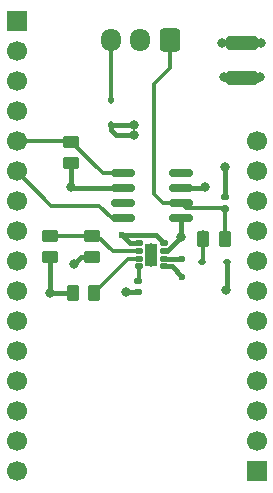
<source format=gbr>
%TF.GenerationSoftware,KiCad,Pcbnew,9.0.1+1*%
%TF.CreationDate,2025-05-19T20:13:15-04:00*%
%TF.ProjectId,lg_hvac_esp32,6c675f68-7661-4635-9f65-737033322e6b,rev?*%
%TF.SameCoordinates,Original*%
%TF.FileFunction,Copper,L1,Top*%
%TF.FilePolarity,Positive*%
%FSLAX46Y46*%
G04 Gerber Fmt 4.6, Leading zero omitted, Abs format (unit mm)*
G04 Created by KiCad (PCBNEW 9.0.1+1) date 2025-05-19 20:13:15*
%MOMM*%
%LPD*%
G01*
G04 APERTURE LIST*
G04 Aperture macros list*
%AMRoundRect*
0 Rectangle with rounded corners*
0 $1 Rounding radius*
0 $2 $3 $4 $5 $6 $7 $8 $9 X,Y pos of 4 corners*
0 Add a 4 corners polygon primitive as box body*
4,1,4,$2,$3,$4,$5,$6,$7,$8,$9,$2,$3,0*
0 Add four circle primitives for the rounded corners*
1,1,$1+$1,$2,$3*
1,1,$1+$1,$4,$5*
1,1,$1+$1,$6,$7*
1,1,$1+$1,$8,$9*
0 Add four rect primitives between the rounded corners*
20,1,$1+$1,$2,$3,$4,$5,0*
20,1,$1+$1,$4,$5,$6,$7,0*
20,1,$1+$1,$6,$7,$8,$9,0*
20,1,$1+$1,$8,$9,$2,$3,0*%
G04 Aperture macros list end*
%TA.AperFunction,ComponentPad*%
%ADD10R,1.700000X1.700000*%
%TD*%
%TA.AperFunction,ComponentPad*%
%ADD11C,1.700000*%
%TD*%
%TA.AperFunction,ComponentPad*%
%ADD12RoundRect,0.250000X0.600000X0.725000X-0.600000X0.725000X-0.600000X-0.725000X0.600000X-0.725000X0*%
%TD*%
%TA.AperFunction,ComponentPad*%
%ADD13O,1.700000X1.950000*%
%TD*%
%TA.AperFunction,SMDPad,CuDef*%
%ADD14RoundRect,0.112500X0.112500X-0.187500X0.112500X0.187500X-0.112500X0.187500X-0.112500X-0.187500X0*%
%TD*%
%TA.AperFunction,SMDPad,CuDef*%
%ADD15RoundRect,0.250000X0.262500X0.450000X-0.262500X0.450000X-0.262500X-0.450000X0.262500X-0.450000X0*%
%TD*%
%TA.AperFunction,SMDPad,CuDef*%
%ADD16RoundRect,0.250000X-0.450000X0.262500X-0.450000X-0.262500X0.450000X-0.262500X0.450000X0.262500X0*%
%TD*%
%TA.AperFunction,SMDPad,CuDef*%
%ADD17RoundRect,0.250000X0.450000X-0.262500X0.450000X0.262500X-0.450000X0.262500X-0.450000X-0.262500X0*%
%TD*%
%TA.AperFunction,SMDPad,CuDef*%
%ADD18RoundRect,0.150000X-0.825000X-0.150000X0.825000X-0.150000X0.825000X0.150000X-0.825000X0.150000X0*%
%TD*%
%TA.AperFunction,SMDPad,CuDef*%
%ADD19RoundRect,0.112500X-0.187500X-0.112500X0.187500X-0.112500X0.187500X0.112500X-0.187500X0.112500X0*%
%TD*%
%TA.AperFunction,SMDPad,CuDef*%
%ADD20RoundRect,0.140000X-0.170000X0.140000X-0.170000X-0.140000X0.170000X-0.140000X0.170000X0.140000X0*%
%TD*%
%TA.AperFunction,SMDPad,CuDef*%
%ADD21RoundRect,0.140000X0.170000X-0.140000X0.170000X0.140000X-0.170000X0.140000X-0.170000X-0.140000X0*%
%TD*%
%TA.AperFunction,SMDPad,CuDef*%
%ADD22RoundRect,0.250000X-0.262500X-0.450000X0.262500X-0.450000X0.262500X0.450000X-0.262500X0.450000X0*%
%TD*%
%TA.AperFunction,HeatsinkPad*%
%ADD23C,0.500000*%
%TD*%
%TA.AperFunction,HeatsinkPad*%
%ADD24R,1.100000X1.900000*%
%TD*%
%TA.AperFunction,SMDPad,CuDef*%
%ADD25RoundRect,0.125000X0.187500X0.125000X-0.187500X0.125000X-0.187500X-0.125000X0.187500X-0.125000X0*%
%TD*%
%TA.AperFunction,SMDPad,CuDef*%
%ADD26RoundRect,0.250000X-1.100000X0.325000X-1.100000X-0.325000X1.100000X-0.325000X1.100000X0.325000X0*%
%TD*%
%TA.AperFunction,ViaPad*%
%ADD27C,0.600000*%
%TD*%
%TA.AperFunction,ViaPad*%
%ADD28C,0.800000*%
%TD*%
%TA.AperFunction,Conductor*%
%ADD29C,0.400000*%
%TD*%
%TA.AperFunction,Conductor*%
%ADD30C,0.300000*%
%TD*%
G04 APERTURE END LIST*
D10*
%TO.P,J3,1*%
%TO.N,N/C*%
X113110000Y-69580000D03*
D11*
%TO.P,J3,2*%
X113110000Y-67040000D03*
%TO.P,J3,3*%
X113110000Y-64500000D03*
%TO.P,J3,4*%
X113110000Y-61960000D03*
%TO.P,J3,5*%
X113110000Y-59420000D03*
%TO.P,J3,6*%
X113110000Y-56880000D03*
%TO.P,J3,7*%
X113110000Y-54340000D03*
%TO.P,J3,8*%
X113110000Y-51800000D03*
%TO.P,J3,9*%
X113110000Y-49260000D03*
%TO.P,J3,10*%
X113110000Y-46720000D03*
%TO.P,J3,11*%
X113110000Y-44180000D03*
%TO.P,J3,12*%
X113110000Y-41640000D03*
%TD*%
D10*
%TO.P,J2,1*%
%TO.N,N/C*%
X92790000Y-31480000D03*
D11*
%TO.P,J2,2*%
%TO.N,+3V3*%
X92790000Y-34020000D03*
%TO.P,J2,3*%
%TO.N,N/C*%
X92790000Y-36560000D03*
%TO.P,J2,4*%
%TO.N,GND*%
X92790000Y-39100000D03*
%TO.P,J2,5*%
%TO.N,RXD*%
X92790000Y-41640000D03*
%TO.P,J2,6*%
%TO.N,TXD*%
X92790000Y-44180000D03*
%TO.P,J2,7*%
%TO.N,N/C*%
X92790000Y-46720000D03*
%TO.P,J2,8*%
X92790000Y-49260000D03*
%TO.P,J2,9*%
X92790000Y-51800000D03*
%TO.P,J2,10*%
X92790000Y-54340000D03*
%TO.P,J2,11*%
X92790000Y-56880000D03*
%TO.P,J2,12*%
X92790000Y-59420000D03*
%TO.P,J2,13*%
X92790000Y-61960000D03*
%TO.P,J2,14*%
X92790000Y-64500000D03*
%TO.P,J2,15*%
X92790000Y-67040000D03*
%TO.P,J2,16*%
X92790000Y-69580000D03*
%TD*%
D12*
%TO.P,J1,1,Pin_1*%
%TO.N,LINBUS*%
X105750000Y-33100000D03*
D13*
%TO.P,J1,2,Pin_2*%
%TO.N,GND*%
X103250000Y-33100000D03*
%TO.P,J1,3,Pin_3*%
%TO.N,Net-(D1-A)*%
X100750000Y-33100000D03*
%TD*%
D14*
%TO.P,D1,2,A*%
%TO.N,Net-(D1-A)*%
X100750000Y-38150000D03*
%TO.P,D1,1,K*%
%TO.N,+12V*%
X100750000Y-40250000D03*
%TD*%
D15*
%TO.P,R3,2*%
%TO.N,+3V3*%
X97537500Y-54450000D03*
%TO.P,R3,1*%
%TO.N,Net-(U1-PG)*%
X99362500Y-54450000D03*
%TD*%
D16*
%TO.P,R1,2*%
%TO.N,+3V3*%
X95588032Y-51462500D03*
%TO.P,R1,1*%
%TO.N,Net-(U1-FB)*%
X95588032Y-49637500D03*
%TD*%
D17*
%TO.P,R2,2*%
%TO.N,Net-(U1-FB)*%
X99200000Y-49637500D03*
%TO.P,R2,1*%
%TO.N,GND*%
X99200000Y-51462500D03*
%TD*%
%TO.P,R4,2*%
%TO.N,RXD*%
X97413500Y-41686500D03*
%TO.P,R4,1*%
%TO.N,+3V3*%
X97413500Y-43511500D03*
%TD*%
D18*
%TO.P,U2,8,NC*%
%TO.N,N/C*%
X106725000Y-44345000D03*
%TO.P,U2,7,VBAT*%
%TO.N,+12V*%
X106725000Y-45615000D03*
%TO.P,U2,6,LIN*%
%TO.N,LINBUS*%
X106725000Y-46885000D03*
%TO.P,U2,5,GND*%
%TO.N,GND*%
X106725000Y-48155000D03*
%TO.P,U2,4,TXD*%
%TO.N,TXD*%
X101775000Y-48155000D03*
%TO.P,U2,3,NC*%
%TO.N,N/C*%
X101775000Y-46885000D03*
%TO.P,U2,2,~{SLP}*%
%TO.N,+3V3*%
X101775000Y-45615000D03*
%TO.P,U2,1,RXD*%
%TO.N,RXD*%
X101775000Y-44345000D03*
%TD*%
D19*
%TO.P,D2,2,A*%
%TO.N,+12V*%
X110580500Y-51868000D03*
%TO.P,D2,1,K*%
%TO.N,Net-(D2-K)*%
X108480500Y-51868000D03*
%TD*%
D20*
%TO.P,C2,2*%
%TO.N,GND*%
X103094000Y-54400000D03*
%TO.P,C2,1*%
%TO.N,Net-(U1-SS{slash}TR)*%
X103094000Y-53440000D03*
%TD*%
D21*
%TO.P,C5,2*%
%TO.N,GND*%
X110400000Y-46384000D03*
%TO.P,C5,1*%
%TO.N,LINBUS*%
X110400000Y-47344000D03*
%TD*%
D22*
%TO.P,R5,2*%
%TO.N,LINBUS*%
X110400000Y-49900000D03*
%TO.P,R5,1*%
%TO.N,Net-(D2-K)*%
X108575000Y-49900000D03*
%TD*%
D23*
%TO.P,U1,9,GND*%
%TO.N,GND*%
X104200000Y-50500000D03*
D24*
X104200000Y-51250000D03*
D23*
X104200000Y-51250000D03*
X104200000Y-52000000D03*
D25*
%TO.P,U1,8,SS/TR*%
%TO.N,Net-(U1-SS{slash}TR)*%
X103137500Y-52225000D03*
%TO.P,U1,7,PG*%
%TO.N,Net-(U1-PG)*%
X103137500Y-51575000D03*
%TO.P,U1,6,FB*%
%TO.N,Net-(U1-FB)*%
X103137500Y-50925000D03*
%TO.P,U1,5,VOUT*%
%TO.N,+3V3*%
X103137500Y-50275000D03*
%TO.P,U1,4,VOUT*%
X105262500Y-50275000D03*
%TO.P,U1,3,GND*%
%TO.N,GND*%
X105262500Y-50925000D03*
%TO.P,U1,2,VIN*%
%TO.N,+12V*%
X105262500Y-51575000D03*
%TO.P,U1,1,EN*%
X105262500Y-52225000D03*
%TD*%
D26*
%TO.P,C1,2*%
%TO.N,GND*%
X111874000Y-36279000D03*
%TO.P,C1,1*%
%TO.N,+12V*%
X111874000Y-33329000D03*
%TD*%
D27*
%TO.N,+12V*%
X106800000Y-51600000D03*
D28*
X102750000Y-41150000D03*
X102750000Y-40250000D03*
X113500000Y-33300000D03*
X110200000Y-33300000D03*
X108750000Y-45500000D03*
D27*
X106800000Y-53100000D03*
D28*
X110500000Y-54250000D03*
%TO.N,GND*%
X97676000Y-52074000D03*
X110400000Y-43800000D03*
X102078000Y-54428000D03*
X106725000Y-49750000D03*
X113398000Y-36224000D03*
X110350000Y-36224000D03*
D27*
%TO.N,+3V3*%
X101700000Y-49600000D03*
D28*
X95650000Y-54450000D03*
X97413500Y-45500000D03*
%TD*%
D29*
%TO.N,+12V*%
X105262500Y-52225000D02*
X105925000Y-52225000D01*
X105925000Y-52225000D02*
X106800000Y-53100000D01*
X105262500Y-51575000D02*
X106775000Y-51575000D01*
X106775000Y-51575000D02*
X106800000Y-51600000D01*
%TO.N,+3V3*%
X103137500Y-50275000D02*
X102375000Y-50275000D01*
X102375000Y-50275000D02*
X101700000Y-49600000D01*
%TO.N,+12V*%
X113500000Y-33300000D02*
X113471000Y-33329000D01*
X113471000Y-33329000D02*
X111874000Y-33329000D01*
X110200000Y-33300000D02*
X110229000Y-33329000D01*
X110229000Y-33329000D02*
X111874000Y-33329000D01*
%TO.N,+3V3*%
X101775000Y-45615000D02*
X97528500Y-45615000D01*
X97528500Y-45615000D02*
X97413500Y-45500000D01*
X95588032Y-51462500D02*
X95588032Y-54388032D01*
X95588032Y-54388032D02*
X95650000Y-54450000D01*
D30*
%TO.N,LINBUS*%
X106725000Y-46885000D02*
X105185000Y-46885000D01*
X105185000Y-46885000D02*
X104400000Y-46100000D01*
X104400000Y-46100000D02*
X104400000Y-36800000D01*
X104400000Y-36800000D02*
X105750000Y-35450000D01*
X105750000Y-35450000D02*
X105750000Y-33100000D01*
D29*
%TO.N,+12V*%
X100750000Y-40250000D02*
X100750000Y-40650000D01*
X100750000Y-40650000D02*
X101250000Y-41150000D01*
X101250000Y-41150000D02*
X102750000Y-41150000D01*
X100750000Y-40250000D02*
X102750000Y-40250000D01*
D30*
%TO.N,Net-(D1-A)*%
X100750000Y-33100000D02*
X100750000Y-38150000D01*
D29*
%TO.N,+3V3*%
X97537500Y-54450000D02*
X95650000Y-54450000D01*
D30*
%TO.N,Net-(U1-PG)*%
X103137500Y-51575000D02*
X102237500Y-51575000D01*
X102237500Y-51575000D02*
X99362500Y-54450000D01*
%TO.N,Net-(U1-FB)*%
X103137500Y-50925000D02*
X100925000Y-50925000D01*
X99637500Y-49637500D02*
X99200000Y-49637500D01*
X100925000Y-50925000D02*
X99637500Y-49637500D01*
X99200000Y-49637500D02*
X95588032Y-49637500D01*
%TO.N,Net-(D1-A)*%
X100800000Y-38100000D02*
X100850000Y-38150000D01*
D29*
%TO.N,+12V*%
X102650000Y-40250000D02*
X102750000Y-40350000D01*
X110580500Y-54169500D02*
X110500000Y-54250000D01*
X108750000Y-45500000D02*
X108635000Y-45615000D01*
X110580500Y-51868000D02*
X110580500Y-54169500D01*
X105262500Y-51575000D02*
X105262500Y-51600000D01*
X108635000Y-45615000D02*
X106725000Y-45615000D01*
%TO.N,GND*%
X110626000Y-36500000D02*
X110350000Y-36224000D01*
X105262500Y-50925000D02*
X105550000Y-50925000D01*
X98287500Y-51462500D02*
X97676000Y-52074000D01*
X99200000Y-51462500D02*
X98287500Y-51462500D01*
X111874000Y-36500000D02*
X110626000Y-36500000D01*
X105550000Y-50925000D02*
X106725000Y-49750000D01*
X103094000Y-54400000D02*
X102106000Y-54400000D01*
X111874000Y-36500000D02*
X113122000Y-36500000D01*
X113122000Y-36500000D02*
X113398000Y-36224000D01*
X110400000Y-43800000D02*
X110400000Y-46384000D01*
X102106000Y-54400000D02*
X102078000Y-54428000D01*
X110400000Y-43800000D02*
X110528000Y-43800000D01*
X106725000Y-49750000D02*
X106725000Y-48155000D01*
%TO.N,+3V3*%
X104587500Y-49600000D02*
X101700000Y-49600000D01*
X97413500Y-45500000D02*
X97413500Y-43511500D01*
X105262500Y-50275000D02*
X104587500Y-49600000D01*
D30*
%TO.N,LINBUS*%
X106725000Y-46885000D02*
X107107000Y-47267000D01*
X107107000Y-47267000D02*
X110416500Y-47267000D01*
X110400000Y-47344000D02*
X110400000Y-49900000D01*
D29*
X110372000Y-47172000D02*
X110400000Y-47200000D01*
D30*
%TO.N,Net-(U1-SS{slash}TR)*%
X103060000Y-53406000D02*
X103094000Y-53440000D01*
X103137500Y-52225000D02*
X103137500Y-53396500D01*
X103137500Y-53396500D02*
X103094000Y-53440000D01*
%TO.N,RXD*%
X97313500Y-41686500D02*
X97267000Y-41640000D01*
X101775000Y-44345000D02*
X100072000Y-44345000D01*
X97413500Y-41686500D02*
X97313500Y-41686500D01*
X97267000Y-41640000D02*
X92790000Y-41640000D01*
X100072000Y-44345000D02*
X97413500Y-41686500D01*
X97500000Y-41600000D02*
X97413500Y-41686500D01*
%TO.N,TXD*%
X101775000Y-48155000D02*
X100855000Y-48155000D01*
X95710000Y-47100000D02*
X92790000Y-44180000D01*
X100855000Y-48155000D02*
X99800000Y-47100000D01*
X99800000Y-47100000D02*
X95710000Y-47100000D01*
%TO.N,Net-(D2-K)*%
X108575000Y-49900000D02*
X108575000Y-49322500D01*
X108575000Y-51773500D02*
X108480500Y-51868000D01*
X108575000Y-49900000D02*
X108575000Y-51773500D01*
%TD*%
M02*

</source>
